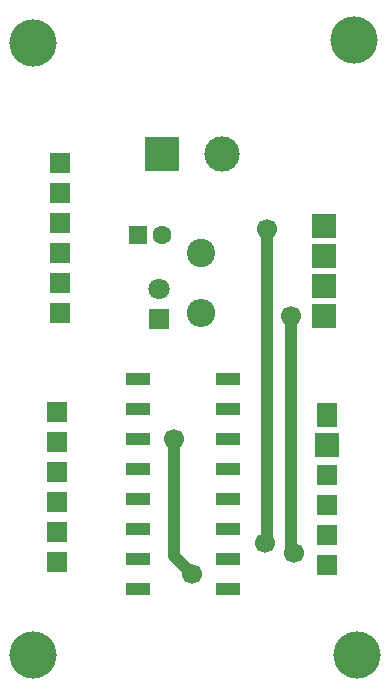
<source format=gbr>
G04 #@! TF.GenerationSoftware,KiCad,Pcbnew,(5.1.2)-2*
G04 #@! TF.CreationDate,2020-04-13T15:56:54+07:00*
G04 #@! TF.ProjectId,l293d,6c323933-642e-46b6-9963-61645f706362,rev?*
G04 #@! TF.SameCoordinates,Original*
G04 #@! TF.FileFunction,Copper,L1,Top*
G04 #@! TF.FilePolarity,Positive*
%FSLAX46Y46*%
G04 Gerber Fmt 4.6, Leading zero omitted, Abs format (unit mm)*
G04 Created by KiCad (PCBNEW (5.1.2)-2) date 2020-04-13 15:56:54*
%MOMM*%
%LPD*%
G04 APERTURE LIST*
%ADD10R,2.000000X1.000000*%
%ADD11R,1.800000X1.800000*%
%ADD12R,1.800000X2.000000*%
%ADD13R,2.000000X2.000000*%
%ADD14R,3.000000X3.000000*%
%ADD15C,3.000000*%
%ADD16R,1.600000X1.600000*%
%ADD17C,1.600000*%
%ADD18C,1.800000*%
%ADD19C,2.400000*%
%ADD20O,2.400000X2.400000*%
%ADD21C,4.000000*%
%ADD22C,1.700000*%
%ADD23C,1.000000*%
G04 APERTURE END LIST*
D10*
X107188000Y-107950000D03*
X99568000Y-90170000D03*
X107188000Y-105410000D03*
X99568000Y-92710000D03*
X107188000Y-102870000D03*
X99568000Y-95250000D03*
X107188000Y-100330000D03*
X99568000Y-97790000D03*
X107188000Y-97790000D03*
X99568000Y-100330000D03*
X107188000Y-95250000D03*
X99568000Y-102870000D03*
X107188000Y-92710000D03*
X99568000Y-105410000D03*
X107188000Y-90170000D03*
X99568000Y-107950000D03*
D11*
X92710000Y-105664000D03*
X92710000Y-103124000D03*
X92710000Y-100584000D03*
X92710000Y-98044000D03*
X92710000Y-95504000D03*
X92710000Y-92964000D03*
D12*
X115570000Y-93218000D03*
D13*
X115570000Y-95758000D03*
D11*
X115570000Y-98298000D03*
X115570000Y-100838000D03*
X115570000Y-103378000D03*
X115570000Y-105918000D03*
D14*
X101600000Y-71120000D03*
D15*
X106680000Y-71120000D03*
D13*
X115316000Y-84836000D03*
X115316000Y-82296000D03*
X115316000Y-79756000D03*
X115316000Y-77216000D03*
D11*
X92964000Y-84582000D03*
X92964000Y-82042000D03*
X92964000Y-79502000D03*
X92964000Y-76962000D03*
X92964000Y-74422000D03*
X92964000Y-71882000D03*
D16*
X99568000Y-77978000D03*
D17*
X101568000Y-77978000D03*
D11*
X101346000Y-85090000D03*
D18*
X101346000Y-82550000D03*
D19*
X104902000Y-79502000D03*
D20*
X104902000Y-84582000D03*
D21*
X117856000Y-61468000D03*
X90678000Y-61722000D03*
X118110000Y-113538000D03*
X90678000Y-113538000D03*
D22*
X102616000Y-95250000D03*
X104140000Y-106680000D03*
X112776000Y-104902000D03*
X112522000Y-84836000D03*
X110305990Y-104070010D03*
X110490000Y-77470000D03*
D23*
X102616000Y-105156000D02*
X104140000Y-106680000D01*
X102616000Y-95250000D02*
X102616000Y-105156000D01*
X112522000Y-104648000D02*
X112776000Y-104902000D01*
X112522000Y-84836000D02*
X112522000Y-104648000D01*
X110490000Y-103886000D02*
X110305990Y-104070010D01*
X110490000Y-77470000D02*
X110490000Y-103886000D01*
M02*

</source>
